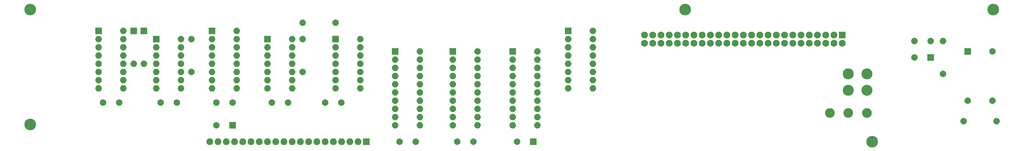
<source format=gbr>
G04 #@! TF.FileFunction,Soldermask,Bot*
%FSLAX46Y46*%
G04 Gerber Fmt 4.6, Leading zero omitted, Abs format (unit mm)*
G04 Created by KiCad (PCBNEW 4.0.7) date 08/11/18 08:53:33*
%MOMM*%
%LPD*%
G01*
G04 APERTURE LIST*
%ADD10C,0.100000*%
%ADD11C,2.000000*%
%ADD12R,2.000000X2.000000*%
%ADD13O,2.000000X2.000000*%
%ADD14R,2.100000X2.100000*%
%ADD15O,2.100000X2.100000*%
%ADD16C,2.100000*%
%ADD17C,3.000000*%
%ADD18C,3.400000*%
%ADD19C,3.600000*%
G04 APERTURE END LIST*
D10*
D11*
X87122000Y-149733000D03*
X82122000Y-149733000D03*
X104902000Y-149733000D03*
X99902000Y-149733000D03*
X122047000Y-149733000D03*
X117047000Y-149733000D03*
X139192000Y-149733000D03*
X134192000Y-149733000D03*
X178562000Y-161798000D03*
X173562000Y-161798000D03*
X196342000Y-161798000D03*
X191342000Y-161798000D03*
X337312000Y-130683000D03*
X332312000Y-130683000D03*
X150622000Y-149733000D03*
X155622000Y-149733000D03*
D12*
X208407000Y-133858000D03*
D13*
X216027000Y-156718000D03*
X208407000Y-136398000D03*
X216027000Y-154178000D03*
X208407000Y-138938000D03*
X216027000Y-151638000D03*
X208407000Y-141478000D03*
X216027000Y-149098000D03*
X208407000Y-144018000D03*
X216027000Y-146558000D03*
X208407000Y-146558000D03*
X216027000Y-144018000D03*
X208407000Y-149098000D03*
X216027000Y-141478000D03*
X208407000Y-151638000D03*
X216027000Y-138938000D03*
X208407000Y-154178000D03*
X216027000Y-136398000D03*
X208407000Y-156718000D03*
X216027000Y-133858000D03*
D12*
X189992000Y-133858000D03*
D13*
X197612000Y-156718000D03*
X189992000Y-136398000D03*
X197612000Y-154178000D03*
X189992000Y-138938000D03*
X197612000Y-151638000D03*
X189992000Y-141478000D03*
X197612000Y-149098000D03*
X189992000Y-144018000D03*
X197612000Y-146558000D03*
X189992000Y-146558000D03*
X197612000Y-144018000D03*
X189992000Y-149098000D03*
X197612000Y-141478000D03*
X189992000Y-151638000D03*
X197612000Y-138938000D03*
X189992000Y-154178000D03*
X197612000Y-136398000D03*
X189992000Y-156718000D03*
X197612000Y-133858000D03*
D12*
X172212000Y-133858000D03*
D13*
X179832000Y-156718000D03*
X172212000Y-136398000D03*
X179832000Y-154178000D03*
X172212000Y-138938000D03*
X179832000Y-151638000D03*
X172212000Y-141478000D03*
X179832000Y-149098000D03*
X172212000Y-144018000D03*
X179832000Y-146558000D03*
X172212000Y-146558000D03*
X179832000Y-144018000D03*
X172212000Y-149098000D03*
X179832000Y-141478000D03*
X172212000Y-151638000D03*
X179832000Y-138938000D03*
X172212000Y-154178000D03*
X179832000Y-136398000D03*
X172212000Y-156718000D03*
X179832000Y-133858000D03*
D12*
X80772000Y-127508000D03*
D13*
X88392000Y-145288000D03*
X80772000Y-130048000D03*
X88392000Y-142748000D03*
X80772000Y-132588000D03*
X88392000Y-140208000D03*
X80772000Y-135128000D03*
X88392000Y-137668000D03*
X80772000Y-137668000D03*
X88392000Y-135128000D03*
X80772000Y-140208000D03*
X88392000Y-132588000D03*
X80772000Y-142748000D03*
X88392000Y-130048000D03*
X80772000Y-145288000D03*
X88392000Y-127508000D03*
D12*
X132842000Y-130048000D03*
D13*
X140462000Y-145288000D03*
X132842000Y-132588000D03*
X140462000Y-142748000D03*
X132842000Y-135128000D03*
X140462000Y-140208000D03*
X132842000Y-137668000D03*
X140462000Y-137668000D03*
X132842000Y-140208000D03*
X140462000Y-135128000D03*
X132842000Y-142748000D03*
X140462000Y-132588000D03*
X132842000Y-145288000D03*
X140462000Y-130048000D03*
D12*
X153797000Y-130048000D03*
D13*
X161417000Y-145288000D03*
X153797000Y-132588000D03*
X161417000Y-142748000D03*
X153797000Y-135128000D03*
X161417000Y-140208000D03*
X153797000Y-137668000D03*
X161417000Y-137668000D03*
X153797000Y-140208000D03*
X161417000Y-135128000D03*
X153797000Y-142748000D03*
X161417000Y-132588000D03*
X153797000Y-145288000D03*
X161417000Y-130048000D03*
D12*
X98552000Y-130048000D03*
D13*
X106172000Y-145288000D03*
X98552000Y-132588000D03*
X106172000Y-142748000D03*
X98552000Y-135128000D03*
X106172000Y-140208000D03*
X98552000Y-137668000D03*
X106172000Y-137668000D03*
X98552000Y-140208000D03*
X106172000Y-135128000D03*
X98552000Y-142748000D03*
X106172000Y-132588000D03*
X98552000Y-145288000D03*
X106172000Y-130048000D03*
D12*
X115697000Y-127508000D03*
D13*
X123317000Y-145288000D03*
X115697000Y-130048000D03*
X123317000Y-142748000D03*
X115697000Y-132588000D03*
X123317000Y-140208000D03*
X115697000Y-135128000D03*
X123317000Y-137668000D03*
X115697000Y-137668000D03*
X123317000Y-135128000D03*
X115697000Y-140208000D03*
X123317000Y-132588000D03*
X115697000Y-142748000D03*
X123317000Y-130048000D03*
X115697000Y-145288000D03*
X123317000Y-127508000D03*
D12*
X348742000Y-133858000D03*
D11*
X356362000Y-133858000D03*
X356362000Y-149098000D03*
X348742000Y-149098000D03*
D14*
X163322000Y-161798000D03*
D15*
X160782000Y-161798000D03*
X158242000Y-161798000D03*
X155702000Y-161798000D03*
X153162000Y-161798000D03*
X150622000Y-161798000D03*
X148082000Y-161798000D03*
X145542000Y-161798000D03*
X143002000Y-161798000D03*
X140462000Y-161798000D03*
X137922000Y-161798000D03*
X135382000Y-161798000D03*
X132842000Y-161798000D03*
X130302000Y-161798000D03*
X127762000Y-161798000D03*
X125222000Y-161798000D03*
X122682000Y-161798000D03*
X120142000Y-161798000D03*
X117602000Y-161798000D03*
X115062000Y-161798000D03*
D12*
X225552000Y-127508000D03*
D13*
X233172000Y-145288000D03*
X225552000Y-130048000D03*
X233172000Y-142748000D03*
X225552000Y-132588000D03*
X233172000Y-140208000D03*
X225552000Y-135128000D03*
X233172000Y-137668000D03*
X225552000Y-137668000D03*
X233172000Y-135128000D03*
X225552000Y-140208000D03*
X233172000Y-132588000D03*
X225552000Y-142748000D03*
X233172000Y-130048000D03*
X225552000Y-145288000D03*
X233172000Y-127508000D03*
D14*
X310007000Y-128778000D03*
D16*
X310007000Y-131318000D03*
X307467000Y-128778000D03*
X307467000Y-131318000D03*
X304927000Y-128778000D03*
X304927000Y-131318000D03*
X302387000Y-128778000D03*
X302387000Y-131318000D03*
X299847000Y-128778000D03*
X299847000Y-131318000D03*
X297307000Y-128778000D03*
X297307000Y-131318000D03*
X294767000Y-128778000D03*
X294767000Y-131318000D03*
X292227000Y-128778000D03*
X292227000Y-131318000D03*
X289687000Y-128778000D03*
X289687000Y-131318000D03*
X287147000Y-128778000D03*
X287147000Y-131318000D03*
X284607000Y-128778000D03*
X284607000Y-131318000D03*
X282067000Y-128778000D03*
X282067000Y-131318000D03*
X279527000Y-128778000D03*
X279527000Y-131318000D03*
X276987000Y-128778000D03*
X276987000Y-131318000D03*
X274447000Y-128778000D03*
X274447000Y-131318000D03*
X271907000Y-128778000D03*
X271907000Y-131318000D03*
X269367000Y-128778000D03*
X269367000Y-131318000D03*
X266827000Y-128778000D03*
X266827000Y-131318000D03*
X264287000Y-128778000D03*
X264287000Y-131318000D03*
X261747000Y-128778000D03*
X261747000Y-131318000D03*
X259207000Y-128778000D03*
X259207000Y-131318000D03*
X256667000Y-128778000D03*
X256667000Y-131318000D03*
X254127000Y-128778000D03*
X254127000Y-131318000D03*
X251587000Y-128778000D03*
X251587000Y-131318000D03*
X249047000Y-128778000D03*
X249047000Y-131318000D03*
D12*
X122047000Y-156718000D03*
D11*
X117047000Y-156718000D03*
D12*
X214757000Y-161798000D03*
D11*
X209757000Y-161798000D03*
D12*
X337312000Y-135763000D03*
D11*
X332312000Y-135763000D03*
D12*
X94742000Y-127508000D03*
D13*
X94742000Y-137668000D03*
D11*
X143637000Y-140208000D03*
D13*
X143637000Y-130048000D03*
D11*
X153797000Y-124968000D03*
D13*
X143637000Y-124968000D03*
D11*
X109347000Y-140208000D03*
D13*
X109347000Y-130048000D03*
D11*
X341122000Y-140843000D03*
D13*
X341122000Y-130683000D03*
D11*
X347472000Y-155448000D03*
D13*
X357632000Y-155448000D03*
D12*
X91567000Y-127508000D03*
D13*
X91567000Y-137668000D03*
D17*
X317627000Y-152908000D03*
X306197000Y-152908000D03*
X311912000Y-152908000D03*
D18*
X317627000Y-145923000D03*
X317627000Y-140843000D03*
X311912000Y-145923000D03*
X311912000Y-140843000D03*
D19*
X59690000Y-120904000D03*
X59690000Y-156464000D03*
X319278000Y-161798000D03*
X261620000Y-120904000D03*
X356616000Y-120904000D03*
M02*

</source>
